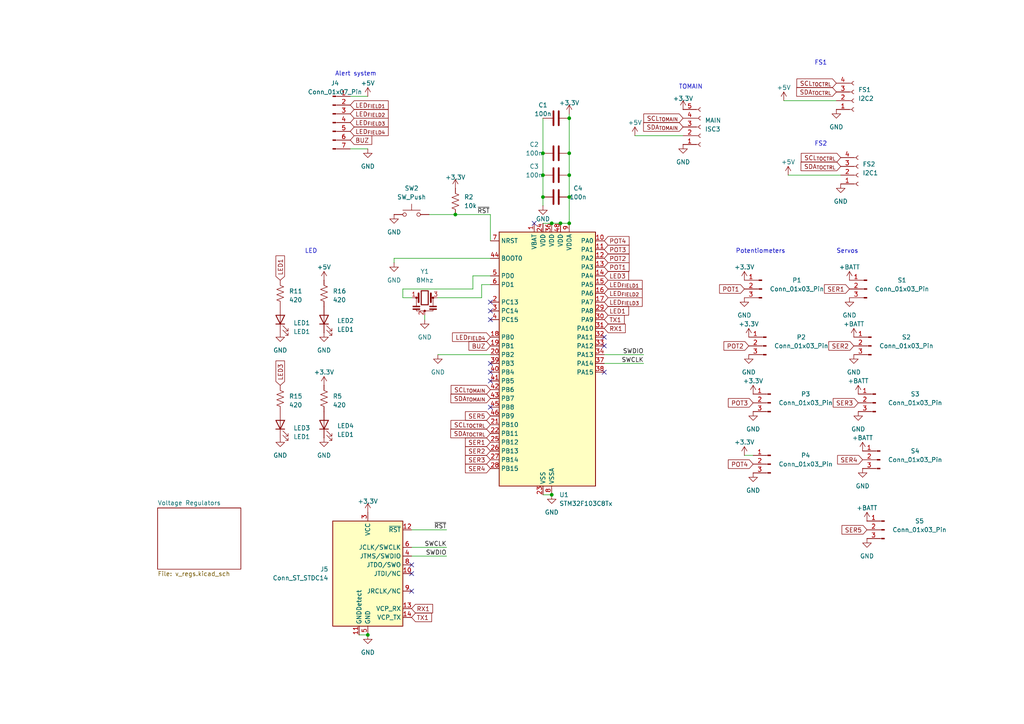
<source format=kicad_sch>
(kicad_sch (version 20250114) (generator "eeschema") (generator_version "9.0")
  (paper "A4")
  (title_block (title "Falcon Control MAIN") (date "2023-11-30") (rev "8") (company "Human Powered Vehicles Design Team @ UOFT") (comment 1 "Supervised by Savo Bajic") (comment 2 "Designed by Abdullah Alsafar"))
  (lib_symbols
    (symbol "Connector:Conn_01x03_Pin" (pin_names (offset 1.016) (hide yes))
      (property "Reference" "J" (at 0 5.08 0))
      (property "Value" "Conn_01x03_Pin" (at 0 -5.08 0))
      (symbol "Conn_01x03_Pin_1_1"
        (rectangle (start 0.8636 2.667) (end 0 2.413) (stroke (width 0.1524)) (fill (type outline)))
        (rectangle (start 0.8636 0.127) (end 0 -0.127) (stroke (width 0.1524)) (fill (type outline)))
        (rectangle (start 0.8636 -2.413) (end 0 -2.667) (stroke (width 0.1524)) (fill (type outline)))
        (polyline (pts (xy 1.27 2.54) (xy 0.8636 2.54)) (stroke (width 0.1524)))
        (polyline (pts (xy 1.27 0) (xy 0.8636 0)) (stroke (width 0.1524)))
        (polyline (pts (xy 1.27 -2.54) (xy 0.8636 -2.54)) (stroke (width 0.1524)))
        (pin passive line (at 5.08 2.54 180) (length 3.81) (name "Pin_1") (number "1"))
        (pin passive line (at 5.08 0 180) (length 3.81) (name "Pin_2") (number "2"))
        (pin passive line (at 5.08 -2.54 180) (length 3.81) (name "Pin_3") (number "3"))
      )
    )
    (symbol "Connector:Conn_01x04_Socket" (pin_names (offset 1.016) (hide yes))
      (property "Reference" "J" (at 0 5.08 0))
      (property "Value" "Conn_01x04_Socket" (at 0 -7.62 0))
      (symbol "Conn_01x04_Socket_1_1"
        (polyline (pts (xy -1.27 2.54) (xy -0.508 2.54)) (stroke (width 0.1524)))
        (polyline (pts (xy -1.27 0) (xy -0.508 0)) (stroke (width 0.1524)))
        (polyline (pts (xy -1.27 -2.54) (xy -0.508 -2.54)) (stroke (width 0.1524)))
        (polyline (pts (xy -1.27 -5.08) (xy -0.508 -5.08)) (stroke (width 0.1524)))
        (arc (start 0 2.032) (mid -0.5058 2.54) (end 0 3.048) (stroke (width 0.1524)))
        (arc (start 0 -0.508) (mid -0.5058 0) (end 0 0.508) (stroke (width 0.1524)))
        (arc (start 0 -3.048) (mid -0.5058 -2.54) (end 0 -2.032) (stroke (width 0.1524)))
        (arc (start 0 -5.588) (mid -0.5058 -5.08) (end 0 -4.572) (stroke (width 0.1524)))
        (pin passive line (at -5.08 2.54 0) (length 3.81) (name "Pin_1") (number "1"))
        (pin passive line (at -5.08 0 0) (length 3.81) (name "Pin_2") (number "2"))
        (pin passive line (at -5.08 -2.54 0) (length 3.81) (name "Pin_3") (number "3"))
        (pin passive line (at -5.08 -5.08 0) (length 3.81) (name "Pin_4") (number "4"))
      )
    )
    (symbol "Connector:Conn_01x05_Socket" (pin_names (offset 1.016) (hide yes))
      (property "Reference" "J" (at 0 7.62 0))
      (property "Value" "Conn_01x05_Socket" (at 0 -7.62 0))
      (symbol "Conn_01x05_Socket_1_1"
        (polyline (pts (xy -1.27 5.08) (xy -0.508 5.08)) (stroke (width 0.1524)))
        (polyline (pts (xy -1.27 2.54) (xy -0.508 2.54)) (stroke (width 0.1524)))
        (polyline (pts (xy -1.27 0) (xy -0.508 0)) (stroke (width 0.1524)))
        (polyline (pts (xy -1.27 -2.54) (xy -0.508 -2.54)) (stroke (width 0.1524)))
        (polyline (pts (xy -1.27 -5.08) (xy -0.508 -5.08)) (stroke (width 0.1524)))
        (arc (start 0 4.572) (mid -0.5058 5.08) (end 0 5.588) (stroke (width 0.1524)))
        (arc (start 0 2.032) (mid -0.5058 2.54) (end 0 3.048) (stroke (width 0.1524)))
        (arc (start 0 -0.508) (mid -0.5058 0) (end 0 0.508) (stroke (width 0.1524)))
        (arc (start 0 -3.048) (mid -0.5058 -2.54) (end 0 -2.032) (stroke (width 0.1524)))
        (arc (start 0 -5.588) (mid -0.5058 -5.08) (end 0 -4.572) (stroke (width 0.1524)))
        (pin passive line (at -5.08 5.08 0) (length 3.81) (name "Pin_1") (number "1"))
        (pin passive line (at -5.08 2.54 0) (length 3.81) (name "Pin_2") (number "2"))
        (pin passive line (at -5.08 0 0) (length 3.81) (name "Pin_3") (number "3"))
        (pin passive line (at -5.08 -2.54 0) (length 3.81) (name "Pin_4") (number "4"))
        (pin passive line (at -5.08 -5.08 0) (length 3.81) (name "Pin_5") (number "5"))
      )
    )
    (symbol "Connector:Conn_01x07_Pin" (pin_names (offset 1.016) (hide yes))
      (property "Reference" "J" (at 0 10.16 0))
      (property "Value" "Conn_01x07_Pin" (at 0 -10.16 0))
      (symbol "Conn_01x07_Pin_1_1"
        (rectangle (start 0.8636 7.747) (end 0 7.493) (stroke (width 0.1524)) (fill (type outline)))
        (rectangle (start 0.8636 5.207) (end 0 4.953) (stroke (width 0.1524)) (fill (type outline)))
        (rectangle (start 0.8636 2.667) (end 0 2.413) (stroke (width 0.1524)) (fill (type outline)))
        (rectangle (start 0.8636 0.127) (end 0 -0.127) (stroke (width 0.1524)) (fill (type outline)))
        (rectangle (start 0.8636 -2.413) (end 0 -2.667) (stroke (width 0.1524)) (fill (type outline)))
        (rectangle (start 0.8636 -4.953) (end 0 -5.207) (stroke (width 0.1524)) (fill (type outline)))
        (rectangle (start 0.8636 -7.493) (end 0 -7.747) (stroke (width 0.1524)) (fill (type outline)))
        (polyline (pts (xy 1.27 7.62) (xy 0.8636 7.62)) (stroke (width 0.1524)))
        (polyline (pts (xy 1.27 5.08) (xy 0.8636 5.08)) (stroke (width 0.1524)))
        (polyline (pts (xy 1.27 2.54) (xy 0.8636 2.54)) (stroke (width 0.1524)))
        (polyline (pts (xy 1.27 0) (xy 0.8636 0)) (stroke (width 0.1524)))
        (polyline (pts (xy 1.27 -2.54) (xy 0.8636 -2.54)) (stroke (width 0.1524)))
        (polyline (pts (xy 1.27 -5.08) (xy 0.8636 -5.08)) (stroke (width 0.1524)))
        (polyline (pts (xy 1.27 -7.62) (xy 0.8636 -7.62)) (stroke (width 0.1524)))
        (pin passive line (at 5.08 7.62 180) (length 3.81) (name "Pin_1") (number "1"))
        (pin passive line (at 5.08 5.08 180) (length 3.81) (name "Pin_2") (number "2"))
        (pin passive line (at 5.08 2.54 180) (length 3.81) (name "Pin_3") (number "3"))
        (pin passive line (at 5.08 0 180) (length 3.81) (name "Pin_4") (number "4"))
        (pin passive line (at 5.08 -2.54 180) (length 3.81) (name "Pin_5") (number "5"))
        (pin passive line (at 5.08 -5.08 180) (length 3.81) (name "Pin_6") (number "6"))
        (pin passive line (at 5.08 -7.62 180) (length 3.81) (name "Pin_7") (number "7"))
      )
    )
    (symbol "Connector:Conn_ST_STDC14"
      (property "Reference" "J" (at -8.89 16.51 0))
      (property "Value" "Conn_ST_STDC14" (at 17.78 16.51 0))
      (symbol "Conn_ST_STDC14_0_1"
        (rectangle (start -10.16 15.24) (end 10.16 -15.24) (stroke (width 0.254)) (fill (type background)))
      )
      (symbol "Conn_ST_STDC14_1_1"
        (pin no_connect line (at -10.16 5.08 0) (length 2.54) (hide yes) (name "NC") (number "1"))
        (pin no_connect line (at -10.16 2.54 0) (length 2.54) (hide yes) (name "NC") (number "2"))
        (pin passive line (at -2.54 -17.78 90) (length 2.54) (name "GNDDetect") (number "11"))
        (pin power_in line (at 0 17.78 270) (length 2.54) (name "VCC") (number "3"))
        (pin power_in line (at 0 -17.78 90) (length 2.54) (name "GND") (number "5"))
        (pin passive line (at 0 -17.78 90) (length 2.54) (hide yes) (name "GND") (number "7"))
        (pin open_collector line (at 12.7 12.7 180) (length 2.54) (name "~{RST}") (number "12"))
        (pin output line (at 12.7 7.62 180) (length 2.54) (name "JCLK/SWCLK") (number "6"))
        (pin bidirectional line (at 12.7 5.08 180) (length 2.54) (name "JTMS/SWDIO") (number "4"))
        (pin input line (at 12.7 2.54 180) (length 2.54) (name "JTDO/SWO") (number "8"))
        (pin output line (at 12.7 0 180) (length 2.54) (name "JTDI/NC") (number "10"))
        (pin input line (at 12.7 -5.08 180) (length 2.54) (name "JRCLK/NC") (number "9"))
        (pin output line (at 12.7 -10.16 180) (length 2.54) (name "VCP_RX") (number "13"))
        (pin input line (at 12.7 -12.7 180) (length 2.54) (name "VCP_TX") (number "14"))
      )
    )
    (symbol "Device:C" (pin_numbers (hide yes)) (pin_names (offset 0.254))
      (property "Reference" "C" (at 0.635 2.54 0))
      (property "Value" "C" (at 0.635 -2.54 0))
      (symbol "C_0_1"
        (polyline (pts (xy -2.032 0.762) (xy 2.032 0.762)) (stroke (width 0.508)))
        (polyline (pts (xy -2.032 -0.762) (xy 2.032 -0.762)) (stroke (width 0.508)))
      )
      (symbol "C_1_1"
        (pin passive line (at 0 3.81 270) (length 2.794) (name "~") (number "1"))
        (pin passive line (at 0 -3.81 90) (length 2.794) (name "~") (number "2"))
      )
    )
    (symbol "Device:LED" (pin_numbers (hide yes)) (pin_names (offset 1.016) (hide yes))
      (property "Reference" "D" (at 0 2.54 0))
      (property "Value" "LED" (at 0 -2.54 0))
      (symbol "LED_0_1"
        (polyline (pts (xy -3.048 -0.762) (xy -4.572 -2.286) (xy -3.81 -2.286) (xy -4.572 -2.286) (xy -4.572 -1.524)))
        (polyline (pts (xy -1.778 -0.762) (xy -3.302 -2.286) (xy -2.54 -2.286) (xy -3.302 -2.286) (xy -3.302 -1.524)))
        (polyline (pts (xy -1.27 0) (xy 1.27 0)))
        (polyline (pts (xy -1.27 -1.27) (xy -1.27 1.27)) (stroke (width 0.254)))
        (polyline (pts (xy 1.27 -1.27) (xy 1.27 1.27) (xy -1.27 0) (xy 1.27 -1.27)) (stroke (width 0.254)))
      )
      (symbol "LED_1_1"
        (pin passive line (at -3.81 0 0) (length 2.54) (name "K") (number "1"))
        (pin passive line (at 3.81 0 180) (length 2.54) (name "A") (number "2"))
      )
    )
    (symbol "Device:R_US" (pin_numbers (hide yes)) (pin_names (offset 0))
      (property "Reference" "R" (at 2.54 0 90))
      (property "Value" "R_US" (at -2.54 0 90))
      (symbol "R_US_0_1"
        (polyline (pts (xy 0 2.286) (xy 0 2.54)))
        (polyline (pts (xy 0 2.286) (xy 1.016 1.905) (xy 0 1.524) (xy -1.016 1.143) (xy 0 0.762)))
        (polyline (pts (xy 0 0.762) (xy 1.016 0.381) (xy 0 0) (xy -1.016 -0.381) (xy 0 -0.762)))
        (polyline (pts (xy 0 -0.762) (xy 1.016 -1.143) (xy 0 -1.524) (xy -1.016 -1.905) (xy 0 -2.286)))
        (polyline (pts (xy 0 -2.286) (xy 0 -2.54)))
      )
      (symbol "R_US_1_1"
        (pin passive line (at 0 3.81 270) (length 1.27) (name "~") (number "1"))
        (pin passive line (at 0 -3.81 90) (length 1.27) (name "~") (number "2"))
      )
    )
    (symbol "Device:Resonator" (pin_names (offset 1.016) (hide yes))
      (property "Reference" "Y" (at 0 5.715 0))
      (property "Value" "Resonator" (at 0 3.81 0))
      (symbol "Resonator_0_1"
        (rectangle (start -3.429 -2.413) (end -1.397 -2.667) (fill (type outline)))
        (rectangle (start -3.429 -3.175) (end -1.397 -3.429) (fill (type outline)))
        (circle (center -2.413 0) (radius 0.254) (fill (type outline)))
        (polyline (pts (xy -2.413 -2.413) (xy -2.413 0)))
        (polyline (pts (xy -1.905 0) (xy -3.175 0)))
        (polyline (pts (xy -1.778 -1.27) (xy -1.778 1.27)) (stroke (width 0.508)))
        (rectangle (start -1.016 2.032) (end 1.016 -2.032) (stroke (width 0.3048)))
        (circle (center 0 -3.81) (radius 0.254) (fill (type outline)))
        (rectangle (start 1.397 -2.413) (end 3.429 -2.667) (fill (type outline)))
        (rectangle (start 1.397 -3.175) (end 3.429 -3.429) (fill (type outline)))
        (polyline (pts (xy 1.778 -1.27) (xy 1.778 1.27)) (stroke (width 0.508)))
        (polyline (pts (xy 1.905 0) (xy 2.54 0)))
        (polyline (pts (xy 2.413 0) (xy 2.413 -2.54)))
        (circle (center 2.413 0) (radius 0.254) (fill (type outline)))
        (polyline (pts (xy 2.413 -3.302) (xy 2.413 -3.81) (xy -2.413 -3.81) (xy -2.413 -3.302)))
      )
      (symbol "Resonator_1_1"
        (pin passive line (at -3.81 0 0) (length 1.27) (name "1") (number "1"))
        (pin passive line (at 0 -5.08 90) (length 1.27) (name "2") (number "2"))
        (pin passive line (at 3.81 0 180) (length 1.27) (name "3") (number "3"))
      )
    )
    (symbol "MCU_ST_STM32F1:STM32F103C8Tx"
      (property "Reference" "U" (at -12.7 39.37 0))
      (property "Value" "STM32F103C8Tx" (at 10.16 39.37 0))
      (symbol "STM32F103C8Tx_0_1"
        (rectangle (start -12.7 -35.56) (end 15.24 38.1) (stroke (width 0.254)) (fill (type background)))
      )
      (symbol "STM32F103C8Tx_1_1"
        (pin input line (at -15.24 35.56 0) (length 2.54) (name "NRST") (number "7"))
        (pin input line (at -15.24 30.48 0) (length 2.54) (name "BOOT0") (number "44"))
        (pin bidirectional line (at -15.24 25.4 0) (length 2.54) (name "PD0") (number "5"))
        (pin bidirectional line (at -15.24 22.86 0) (length 2.54) (name "PD1") (number "6"))
        (pin bidirectional line (at -15.24 17.78 0) (length 2.54) (name "PC13") (number "2"))
        (pin bidirectional line (at -15.24 15.24 0) (length 2.54) (name "PC14") (number "3"))
        (pin bidirectional line (at -15.24 12.7 0) (length 2.54) (name "PC15") (number "4"))
        (pin bidirectional line (at -15.24 7.62 0) (length 2.54) (name "PB0") (number "18"))
        (pin bidirectional line (at -15.24 5.08 0) (length 2.54) (name "PB1") (number "19"))
        (pin bidirectional line (at -15.24 2.54 0) (length 2.54) (name "PB2") (number "20"))
        (pin bidirectional line (at -15.24 0 0) (length 2.54) (name "PB3") (number "39"))
        (pin bidirectional line (at -15.24 -2.54 0) (length 2.54) (name "PB4") (number "40"))
        (pin bidirectional line (at -15.24 -5.08 0) (length 2.54) (name "PB5") (number "41"))
        (pin bidirectional line (at -15.24 -7.62 0) (length 2.54) (name "PB6") (number "42"))
        (pin bidirectional line (at -15.24 -10.16 0) (length 2.54) (name "PB7") (number "43"))
        (pin bidirectional line (at -15.24 -12.7 0) (length 2.54) (name "PB8") (number "45"))
        (pin bidirectional line (at -15.24 -15.24 0) (length 2.54) (name "PB9") (number "46"))
        (pin bidirectional line (at -15.24 -17.78 0) (length 2.54) (name "PB10") (number "21"))
        (pin bidirectional line (at -15.24 -20.32 0) (length 2.54) (name "PB11") (number "22"))
        (pin bidirectional line (at -15.24 -22.86 0) (length 2.54) (name "PB12") (number "25"))
        (pin bidirectional line (at -15.24 -25.4 0) (length 2.54) (name "PB13") (number "26"))
        (pin bidirectional line (at -15.24 -27.94 0) (length 2.54) (name "PB14") (number "27"))
        (pin bidirectional line (at -15.24 -30.48 0) (length 2.54) (name "PB15") (number "28"))
        (pin power_in line (at -2.54 40.64 270) (length 2.54) (name "VBAT") (number "1"))
        (pin power_in line (at 0 40.64 270) (length 2.54) (name "VDD") (number "24"))
        (pin power_in line (at 0 -38.1 90) (length 2.54) (name "VSS") (number "23"))
        (pin passive line (at 0 -38.1 90) (length 2.54) (hide yes) (name "VSS") (number "35"))
        (pin passive line (at 0 -38.1 90) (length 2.54) (hide yes) (name "VSS") (number "47"))
        (pin power_in line (at 2.54 40.64 270) (length 2.54) (name "VDD") (number "36"))
        (pin power_in line (at 2.54 -38.1 90) (length 2.54) (name "VSSA") (number "8"))
        (pin power_in line (at 5.08 40.64 270) (length 2.54) (name "VDD") (number "48"))
        (pin power_in line (at 7.62 40.64 270) (length 2.54) (name "VDDA") (number "9"))
        (pin bidirectional line (at 17.78 35.56 180) (length 2.54) (name "PA0") (number "10"))
        (pin bidirectional line (at 17.78 33.02 180) (length 2.54) (name "PA1") (number "11"))
        (pin bidirectional line (at 17.78 30.48 180) (length 2.54) (name "PA2") (number "12"))
        (pin bidirectional line (at 17.78 27.94 180) (length 2.54) (name "PA3") (number "13"))
        (pin bidirectional line (at 17.78 25.4 180) (length 2.54) (name "PA4") (number "14"))
        (pin bidirectional line (at 17.78 22.86 180) (length 2.54) (name "PA5") (number "15"))
        (pin bidirectional line (at 17.78 20.32 180) (length 2.54) (name "PA6") (number "16"))
        (pin bidirectional line (at 17.78 17.78 180) (length 2.54) (name "PA7") (number "17"))
        (pin bidirectional line (at 17.78 15.24 180) (length 2.54) (name "PA8") (number "29"))
        (pin bidirectional line (at 17.78 12.7 180) (length 2.54) (name "PA9") (number "30"))
        (pin bidirectional line (at 17.78 10.16 180) (length 2.54) (name "PA10") (number "31"))
        (pin bidirectional line (at 17.78 7.62 180) (length 2.54) (name "PA11") (number "32"))
        (pin bidirectional line (at 17.78 5.08 180) (length 2.54) (name "PA12") (number "33"))
        (pin bidirectional line (at 17.78 2.54 180) (length 2.54) (name "PA13") (number "34"))
        (pin bidirectional line (at 17.78 0 180) (length 2.54) (name "PA14") (number "37"))
        (pin bidirectional line (at 17.78 -2.54 180) (length 2.54) (name "PA15") (number "38"))
      )
    )
    (symbol "Switch:SW_Push" (pin_numbers (hide yes)) (pin_names (offset 1.016) (hide yes))
      (property "Reference" "SW" (at 1.27 2.54 0))
      (property "Value" "SW_Push" (at 0 -1.524 0))
      (symbol "SW_Push_0_1"
        (circle (center -2.032 0) (radius 0.508))
        (polyline (pts (xy 0 1.27) (xy 0 3.048)))
        (circle (center 2.032 0) (radius 0.508))
        (polyline (pts (xy 2.54 1.27) (xy -2.54 1.27)))
        (pin passive line (at -5.08 0 0) (length 2.54) (name "1") (number "1"))
        (pin passive line (at 5.08 0 180) (length 2.54) (name "2") (number "2"))
      )
    )
    (symbol "power:+3.3V" (power) (pin_numbers (hide yes)) (pin_names (offset 0) (hide yes))
      (property "Value" "+3.3V" (at 0 3.556 0))
      (symbol "+3.3V_0_1"
        (polyline (pts (xy -0.762 1.27) (xy 0 2.54)))
        (polyline (pts (xy 0 2.54) (xy 0.762 1.27)))
        (polyline (pts (xy 0 0) (xy 0 2.54)))
      )
      (symbol "+3.3V_1_1"
        (pin power_in line (at 0 0 90) (length 0) (name "~") (number "1"))
      )
    )
    (symbol "power:+5V" (power) (pin_numbers (hide yes)) (pin_names (offset 0) (hide yes))
      (property "Value" "+5V" (at 0 3.556 0))
      (symbol "+5V_0_1"
        (polyline (pts (xy -0.762 1.27) (xy 0 2.54)))
        (polyline (pts (xy 0 2.54) (xy 0.762 1.27)))
        (polyline (pts (xy 0 0) (xy 0 2.54)))
      )
      (symbol "+5V_1_1"
        (pin power_in line (at 0 0 90) (length 0) (name "~") (number "1"))
      )
    )
    (symbol "power:+BATT" (power) (pin_numbers (hide yes)) (pin_names (offset 0) (hide yes))
      (property "Value" "+BATT" (at 0 3.556 0))
      (symbol "+BATT_0_1"
        (polyline (pts (xy -0.762 1.27) (xy 0 2.54)))
        (polyline (pts (xy 0 2.54) (xy 0.762 1.27)))
        (polyline (pts (xy 0 0) (xy 0 2.54)))
      )
      (symbol "+BATT_1_1"
        (pin power_in line (at 0 0 90) (length 0) (name "~") (number "1"))
      )
    )
    (symbol "power:GND" (power) (pin_numbers (hide yes)) (pin_names (offset 0) (hide yes))
      (property "Value" "GND" (at 0 -3.81 0))
      (symbol "GND_0_1"
        (polyline (pts (xy 0 0) (xy 0 -1.27) (xy 1.27 -1.27) (xy 0 -2.54) (xy -1.27 -1.27) (xy 0 -1.27)))
      )
      (symbol "GND_1_1"
        (pin power_in line (at 0 0 270) (length 0) (name "~") (number "1"))
      )
    )
  )
  (text "FS1\n" (at 236.22 19.05 0) (effects (font (size 1.27 1.27)) (justify left bottom)))
  (text "Servos" (at 242.57 73.66 0) (effects (font (size 1.27 1.27)) (justify left bottom)))
  (text "Alert system" (at 97.155 22.225 0) (effects (font (size 1.27 1.27)) (justify left bottom)))
  (text "FS2" (at 236.22 42.545 0) (effects (font (size 1.27 1.27)) (justify left bottom)))
  (text "TOMAIN" (at 196.85 26.035 0) (effects (font (size 1.27 1.27)) (justify left bottom)))
  (text "Potentiometers" (at 213.36 73.66 0) (effects (font (size 1.27 1.27)) (justify left bottom)))
  (text "LED" (at 88.392 73.66 0) (effects (font (size 1.27 1.27)) (justify left bottom)))
  (junction (at 165.1 64.77))
  (junction (at 106.68 184.15))
  (junction (at 165.1 44.45))
  (junction (at 165.1 57.15))
  (junction (at 157.48 44.45))
  (junction (at 162.56 64.77))
  (junction (at 132.08 62.23))
  (junction (at 165.1 34.29))
  (junction (at 160.02 64.77))
  (junction (at 160.02 143.51))
  (junction (at 157.48 57.15))
  (junction (at 165.1 50.8))
  (junction (at 157.48 50.8))
  (no_connect (at 119.38 166.37))
  (no_connect (at 142.24 110.49))
  (no_connect (at 119.38 163.83))
  (no_connect (at 142.24 107.95))
  (no_connect (at 175.26 97.79))
  (no_connect (at 154.94 64.77))
  (no_connect (at 175.26 100.33))
  (no_connect (at 142.24 105.41))
  (no_connect (at 142.24 87.63))
  (no_connect (at 175.26 107.95))
  (no_connect (at 119.38 171.45))
  (no_connect (at 142.24 118.11))
  (no_connect (at 142.24 92.71))
  (no_connect (at 142.24 90.17))
  (wire (pts (xy 142.24 82.55) (xy 139.7 82.55)))
  (wire (pts (xy 228.6 50.8) (xy 243.84 50.8)))
  (wire (pts (xy 127 86.36) (xy 139.7 86.36)))
  (wire (pts (xy 114.3 74.93) (xy 142.24 74.93)))
  (wire (pts (xy 142.24 62.23) (xy 142.24 69.85)))
  (wire (pts (xy 139.7 82.55) (xy 139.7 86.36)))
  (wire (pts (xy 157.48 44.45) (xy 157.48 50.8)))
  (wire (pts (xy 165.1 57.15) (xy 165.1 64.77)))
  (wire (pts (xy 165.1 50.8) (xy 165.1 57.15)))
  (wire (pts (xy 104.14 184.15) (xy 106.68 184.15)))
  (wire (pts (xy 165.1 34.29) (xy 165.1 44.45)))
  (wire (pts (xy 175.26 102.87) (xy 186.69 102.87)))
  (wire (pts (xy 114.3 74.93) (xy 114.3 76.2)))
  (wire (pts (xy 137.16 80.01) (xy 142.24 80.01)))
  (wire (pts (xy 106.68 27.94) (xy 101.6 27.94)))
  (wire (pts (xy 116.84 86.36) (xy 119.38 86.36)))
  (wire (pts (xy 162.56 64.77) (xy 165.1 64.77)))
  (wire (pts (xy 137.16 83.82) (xy 137.16 80.01)))
  (wire (pts (xy 116.84 83.82) (xy 116.84 86.36)))
  (wire (pts (xy 165.1 33.02) (xy 165.1 34.29)))
  (wire (pts (xy 215.9 132.08) (xy 218.44 132.08)))
  (wire (pts (xy 157.48 57.15) (xy 157.48 59.69)))
  (wire (pts (xy 157.48 34.29) (xy 157.48 44.45)))
  (wire (pts (xy 175.26 105.41) (xy 186.69 105.41)))
  (wire (pts (xy 157.48 50.8) (xy 157.48 57.15)))
  (wire (pts (xy 227.33 29.21) (xy 242.57 29.21)))
  (wire (pts (xy 106.68 43.18) (xy 101.6 43.18)))
  (wire (pts (xy 119.38 153.67) (xy 129.54 153.67)))
  (wire (pts (xy 160.02 64.77) (xy 162.56 64.77)))
  (wire (pts (xy 119.38 158.75) (xy 129.54 158.75)))
  (wire (pts (xy 119.38 161.29) (xy 129.54 161.29)))
  (wire (pts (xy 157.48 64.77) (xy 160.02 64.77)))
  (wire (pts (xy 184.15 39.37) (xy 198.12 39.37)))
  (wire (pts (xy 157.48 143.51) (xy 160.02 143.51)))
  (wire (pts (xy 132.08 62.23) (xy 142.24 62.23)))
  (wire (pts (xy 165.1 44.45) (xy 165.1 50.8)))
  (wire (pts (xy 124.46 62.23) (xy 132.08 62.23)))
  (wire (pts (xy 127 102.87) (xy 142.24 102.87)))
  (wire (pts (xy 116.84 83.82) (xy 137.16 83.82)))
  (wire (pts (xy 123.19 92.71) (xy 123.19 91.44)))
  (label "SWCLK" (at 129.54 158.75 180))
  (label "SWDIO" (at 186.69 102.87 180))
  (label "~{RST}" (at 129.54 153.67 180))
  (label "~{RST}" (at 138.43 62.23 0))
  (label "SWDIO" (at 129.54 161.29 180))
  (label "SWCLK" (at 186.69 105.41 180))
  (global_label "LED1" (shape input) (at 81.28 81.28 90) (property "Intersheetrefs" "${INTERSHEET_REFS}" (effects (hide yes))))
  (global_label "LED_{FIELD4}" (shape input) (at 101.6 38.1 0) (property "Intersheetrefs" "${INTERSHEET_REFS}" (effects (hide yes))))
  (global_label "BUZ" (shape input) (at 101.6 40.64 0) (property "Intersheetrefs" "${INTERSHEET_REFS}" (effects (hide yes))))
  (global_label "LED_{FIELD3}" (shape input) (at 101.6 35.56 0) (property "Intersheetrefs" "${INTERSHEET_REFS}" (effects (hide yes))))
  (global_label "SER1" (shape input) (at 246.38 83.82 180) (property "Intersheetrefs" "${INTERSHEET_REFS}" (effects (hide yes))))
  (global_label "RX1" (shape input) (at 119.38 176.53 0) (property "Intersheetrefs" "${INTERSHEET_REFS}" (effects (hide yes))))
  (global_label "TX1" (shape input) (at 119.38 179.07 0) (property "Intersheetrefs" "${INTERSHEET_REFS}" (effects (hide yes))))
  (global_label "POT1" (shape input) (at 175.26 77.47 0) (property "Intersheetrefs" "${INTERSHEET_REFS}" (effects (hide yes))))
  (global_label "SER4" (shape input) (at 250.19 133.35 180) (property "Intersheetrefs" "${INTERSHEET_REFS}" (effects (hide yes))))
  (global_label "LED1" (shape input) (at 175.26 90.17 0) (property "Intersheetrefs" "${INTERSHEET_REFS}" (effects (hide yes))))
  (global_label "SDA_{TOCTRL}" (shape input) (at 243.84 48.26 180) (property "Intersheetrefs" "${INTERSHEET_REFS}" (effects (hide yes))))
  (global_label "SCL_{TOMAIN}" (shape input) (at 142.24 113.03 180) (property "Intersheetrefs" "${INTERSHEET_REFS}" (effects (hide yes))))
  (global_label "POT1" (shape input) (at 215.9 83.82 180) (property "Intersheetrefs" "${INTERSHEET_REFS}" (effects (hide yes))))
  (global_label "BUZ" (shape input) (at 142.24 100.33 180) (property "Intersheetrefs" "${INTERSHEET_REFS}" (effects (hide yes))))
  (global_label "POT3" (shape input) (at 218.44 116.84 180) (property "Intersheetrefs" "${INTERSHEET_REFS}" (effects (hide yes))))
  (global_label "SDA_{TOCTRL}" (shape input) (at 242.57 26.67 180) (property "Intersheetrefs" "${INTERSHEET_REFS}" (effects (hide yes))))
  (global_label "SER5" (shape input) (at 142.24 120.65 180) (property "Intersheetrefs" "${INTERSHEET_REFS}" (effects (hide yes))))
  (global_label "SER2" (shape input) (at 247.65 100.33 180) (property "Intersheetrefs" "${INTERSHEET_REFS}" (effects (hide yes))))
  (global_label "RX1" (shape input) (at 175.26 95.25 0) (property "Intersheetrefs" "${INTERSHEET_REFS}" (effects (hide yes))))
  (global_label "SCL_{TOCTRL}" (shape input) (at 242.57 24.13 180) (property "Intersheetrefs" "${INTERSHEET_REFS}" (effects (hide yes))))
  (global_label "POT2" (shape input) (at 175.26 74.93 0) (property "Intersheetrefs" "${INTERSHEET_REFS}" (effects (hide yes))))
  (global_label "SDA_{TOMAIN}" (shape input) (at 142.24 115.57 180) (property "Intersheetrefs" "${INTERSHEET_REFS}" (effects (hide yes))))
  (global_label "LED_{FIELD1}" (shape input) (at 101.6 30.48 0) (property "Intersheetrefs" "${INTERSHEET_REFS}" (effects (hide yes))))
  (global_label "LED3" (shape input) (at 175.26 80.01 0) (property "Intersheetrefs" "${INTERSHEET_REFS}" (effects (hide yes))))
  (global_label "TX1" (shape input) (at 175.26 92.71 0) (property "Intersheetrefs" "${INTERSHEET_REFS}" (effects (hide yes))))
  (global_label "SER3" (shape input) (at 248.92 116.84 180) (property "Intersheetrefs" "${INTERSHEET_REFS}" (effects (hide yes))))
  (global_label "SER5" (shape input) (at 251.46 153.67 180) (property "Intersheetrefs" "${INTERSHEET_REFS}" (effects (hide yes))))
  (global_label "SER4" (shape input) (at 142.24 135.89 180) (property "Intersheetrefs" "${INTERSHEET_REFS}" (effects (hide yes))))
  (global_label "LED_{FIELD2}" (shape input) (at 175.26 85.09 0) (property "Intersheetrefs" "${INTERSHEET_REFS}" (effects (hide yes))))
  (global_label "LED3" (shape input) (at 81.28 111.76 90) (property "Intersheetrefs" "${INTERSHEET_REFS}" (effects (hide yes))))
  (global_label "SER3" (shape input) (at 142.24 133.35 180) (property "Intersheetrefs" "${INTERSHEET_REFS}" (effects (hide yes))))
  (global_label "LED_{FIELD2}" (shape input) (at 101.6 33.02 0) (property "Intersheetrefs" "${INTERSHEET_REFS}" (effects (hide yes))))
  (global_label "LED_{FIELD1}" (shape input) (at 175.26 82.55 0) (property "Intersheetrefs" "${INTERSHEET_REFS}" (effects (hide yes))))
  (global_label "LED_{FIELD3}" (shape input) (at 175.26 87.63 0) (property "Intersheetrefs" "${INTERSHEET_REFS}" (effects (hide yes))))
  (global_label "POT2" (shape input) (at 217.17 100.33 180) (property "Intersheetrefs" "${INTERSHEET_REFS}" (effects (hide yes))))
  (global_label "SDA_{TOCTRL}" (shape input) (at 142.24 125.73 180) (property "Intersheetrefs" "${INTERSHEET_REFS}" (effects (hide yes))))
  (global_label "POT4" (shape input) (at 175.26 69.85 0) (property "Intersheetrefs" "${INTERSHEET_REFS}" (effects (hide yes))))
  (global_label "SDA_{TOMAIN}" (shape input) (at 198.12 36.83 180) (property "Intersheetrefs" "${INTERSHEET_REFS}" (effects (hide yes))))
  (global_label "LED_{FIELD4}" (shape input) (at 142.24 97.79 180) (property "Intersheetrefs" "${INTERSHEET_REFS}" (effects (hide yes))))
  (global_label "POT3" (shape input) (at 175.26 72.39 0) (property "Intersheetrefs" "${INTERSHEET_REFS}" (effects (hide yes))))
  (global_label "SER2" (shape input) (at 142.24 130.81 180) (property "Intersheetrefs" "${INTERSHEET_REFS}" (effects (hide yes))))
  (global_label "SCL_{TOMAIN}" (shape input) (at 198.12 34.29 180) (property "Intersheetrefs" "${INTERSHEET_REFS}" (effects (hide yes))))
  (global_label "SER1" (shape input) (at 142.24 128.27 180) (property "Intersheetrefs" "${INTERSHEET_REFS}" (effects (hide yes))))
  (global_label "POT4" (shape input) (at 218.44 134.62 180) (property "Intersheetrefs" "${INTERSHEET_REFS}" (effects (hide yes))))
  (global_label "SCL_{TOCTRL}" (shape input) (at 243.84 45.72 180) (property "Intersheetrefs" "${INTERSHEET_REFS}" (effects (hide yes))))
  (global_label "SCL_{TOCTRL}" (shape input) (at 142.24 123.19 180) (property "Intersheetrefs" "${INTERSHEET_REFS}" (effects (hide yes))))
  (symbol (lib_id "Device:R_US") (at 93.98 85.09 180) (unit 1)
    (property "Reference" "R16" (at 96.52 84.455 0) (effects (justify right)))
    (property "Value" "420" (at 96.52 86.995 0) (effects (justify right)))
    (property "Footprint" "Resistor_SMD:R_0603_1608Metric" (effects (hide yes)))
    (property "Description" "Resistor, US symbol" (effects (hide yes)))
  )
  (symbol (lib_id "power:GND") (at 218.44 119.38 0) (unit 1)
    (property "Reference" "#PWR06" (effects (hide yes)))
    (property "Value" "GND" (at 218.44 124.46 0))
    (property "Description" "Power symbol creates a global label with name \"GND\" , ground" (effects (hide yes)))
  )
  (symbol (lib_id "Connector:Conn_01x03_Pin") (at 251.46 83.82 0) (mirror y) (unit 1)
    (property "Reference" "S1" (at 261.62 81.28 0))
    (property "Value" "Conn_01x03_Pin" (at 261.62 83.82 0))
    (property "Footprint" "Connector_JST:JST_EH_B3B-EH-A_1x03_P2.50mm_Vertical" (effects (hide yes)))
    (property "Description" "Generic connector, single row, 01x03, script generated" (effects (hide yes)))
  )
  (symbol (lib_id "power:+3.3V") (at 93.98 111.76 0) (unit 1)
    (property "Reference" "#PWR036" (effects (hide yes)))
    (property "Value" "+3.3V" (at 93.98 107.95 0))
    (property "Description" "Power symbol creates a global label with name \"+3.3V\"" (effects (hide yes)))
  )
  (symbol (lib_id "power:+3.3V") (at 218.44 114.3 0) (unit 1)
    (property "Reference" "#PWR03" (effects (hide yes)))
    (property "Value" "+3.3V" (at 218.44 110.49 0))
    (property "Description" "Power symbol creates a global label with name \"+3.3V\"" (effects (hide yes)))
  )
  (symbol (lib_id "power:GND") (at 248.92 119.38 0) (unit 1)
    (property "Reference" "#PWR016" (effects (hide yes)))
    (property "Value" "GND" (at 248.92 124.46 0))
    (property "Description" "Power symbol creates a global label with name \"GND\" , ground" (effects (hide yes)))
  )
  (symbol (lib_id "power:GND") (at 123.19 92.71 0) (unit 1)
    (property "Reference" "#PWR042" (effects (hide yes)))
    (property "Value" "GND" (at 123.19 97.79 0))
    (property "Description" "Power symbol creates a global label with name \"GND\" , ground" (effects (hide yes)))
  )
  (symbol (lib_id "power:+3.3V") (at 217.17 97.79 0) (unit 1)
    (property "Reference" "#PWR01" (effects (hide yes)))
    (property "Value" "+3.3V" (at 217.17 93.98 0))
    (property "Description" "Power symbol creates a global label with name \"+3.3V\"" (effects (hide yes)))
  )
  (symbol (lib_id "power:+3.3V") (at 132.08 54.61 0) (unit 1)
    (property "Reference" "#PWR040" (effects (hide yes)))
    (property "Value" "+3.3V" (at 132.08 51.435 0))
    (property "Description" "Power symbol creates a global label with name \"+3.3V\"" (effects (hide yes)))
  )
  (symbol (lib_id "power:GND") (at 114.3 62.23 0) (unit 1)
    (property "Reference" "#PWR021" (effects (hide yes)))
    (property "Value" "GND" (at 114.3 67.31 0))
    (property "Description" "Power symbol creates a global label with name \"GND\" , ground" (effects (hide yes)))
  )
  (symbol (lib_id "Device:R_US") (at 132.08 58.42 0) (unit 1)
    (property "Reference" "R2" (at 134.62 57.1499 0) (effects (justify left)))
    (property "Value" "10k" (at 134.62 59.6899 0) (effects (justify left)))
    (property "Footprint" "Resistor_SMD:R_0603_1608Metric" (effects (hide yes)))
    (property "Description" "Resistor, US symbol" (effects (hide yes)))
  )
  (symbol (lib_id "power:GND") (at 81.28 127 0) (mirror y) (unit 1)
    (property "Reference" "#PWR061" (effects (hide yes)))
    (property "Value" "GND" (at 81.28 132.08 0))
    (property "Description" "Power symbol creates a global label with name \"GND\" , ground" (effects (hide yes)))
  )
  (symbol (lib_id "power:+5V") (at 184.15 39.37 0) (unit 1)
    (property "Reference" "#PWR09" (effects (hide yes)))
    (property "Value" "+5V" (at 184.15 35.56 0))
    (property "Description" "Power symbol creates a global label with name \"+5V\"" (effects (hide yes)))
  )
  (symbol (lib_id "Connector:Conn_01x03_Pin") (at 222.25 100.33 0) (mirror y) (unit 1)
    (property "Reference" "P2" (at 232.41 97.79 0))
    (property "Value" "Conn_01x03_Pin" (at 232.41 100.33 0))
    (property "Footprint" "Connector_JST:JST_EH_B3B-EH-A_1x03_P2.50mm_Vertical" (effects (hide yes)))
    (property "Description" "Generic connector, single row, 01x03, script generated" (effects (hide yes)))
  )
  (symbol (lib_id "power:+3.3V") (at 198.12 31.75 0) (unit 1)
    (property "Reference" "#PWR025" (effects (hide yes)))
    (property "Value" "+3.3V" (at 198.12 28.575 0))
    (property "Description" "Power symbol creates a global label with name \"+3.3V\"" (effects (hide yes)))
  )
  (symbol (lib_id "Device:LED") (at 93.98 92.71 90) (unit 1)
    (property "Reference" "LED2" (at 97.79 93.0274 90) (effects (justify right)))
    (property "Value" "LED1" (at 97.79 95.5674 90) (effects (justify right)))
    (property "Footprint" "LED_SMD:LED_0805_2012Metric_Pad1.15x1.40mm_HandSolder" (effects (hide yes)))
    (property "Description" "Light emitting diode" (effects (hide yes)))
  )
  (symbol (lib_id "power:GND") (at 218.44 137.16 0) (unit 1)
    (property "Reference" "#PWR08" (effects (hide yes)))
    (property "Value" "GND" (at 218.44 142.24 0))
    (property "Description" "Power symbol creates a global label with name \"GND\" , ground" (effects (hide yes)))
  )
  (symbol (lib_id "power:GND") (at 250.19 135.89 0) (unit 1)
    (property "Reference" "#PWR018" (effects (hide yes)))
    (property "Value" "GND" (at 250.19 140.97 0))
    (property "Description" "Power symbol creates a global label with name \"GND\" , ground" (effects (hide yes)))
  )
  (symbol (lib_id "Connector:Conn_01x03_Pin") (at 256.54 153.67 0) (mirror y) (unit 1)
    (property "Reference" "S5" (at 266.7 151.13 0))
    (property "Value" "Conn_01x03_Pin" (at 266.7 153.67 0))
    (property "Footprint" "Connector_JST:JST_EH_B3B-EH-A_1x03_P2.50mm_Vertical" (effects (hide yes)))
    (property "Description" "Generic connector, single row, 01x03, script generated" (effects (hide yes)))
  )
  (symbol (lib_id "power:+3.3V") (at 165.1 33.02 0) (unit 1)
    (property "Reference" "#PWR019" (effects (hide yes)))
    (property "Value" "+3.3V" (at 165.1 29.845 0))
    (property "Description" "Power symbol creates a global label with name \"+3.3V\"" (effects (hide yes)))
  )
  (symbol (lib_id "power:GND") (at 81.28 96.52 0) (mirror y) (unit 1)
    (property "Reference" "#PWR059" (effects (hide yes)))
    (property "Value" "GND" (at 81.28 101.6 0))
    (property "Description" "Power symbol creates a global label with name \"GND\" , ground" (effects (hide yes)))
  )
  (symbol (lib_id "power:GND") (at 242.57 31.75 0) (unit 1)
    (property "Reference" "#PWR053" (effects (hide yes)))
    (property "Value" "GND" (at 242.57 36.83 0))
    (property "Description" "Power symbol creates a global label with name \"GND\" , ground" (effects (hide yes)))
  )
  (symbol (lib_id "Connector:Conn_01x07_Pin") (at 96.52 35.56 0) (unit 1)
    (property "Reference" "J4" (at 97.155 24.13 0))
    (property "Value" "Conn_01x07_Pin" (at 97.155 26.67 0))
    (property "Footprint" "Connector_JST:JST_XH_B7B-XH-A_1x07_P2.50mm_Vertical" (effects (hide yes)))
    (property "Description" "Generic connector, single row, 01x07, script generated" (effects (hide yes)))
  )
  (symbol (lib_id "Connector:Conn_01x03_Pin") (at 223.52 116.84 0) (mirror y) (unit 1)
    (property "Reference" "P3" (at 233.68 114.3 0))
    (property "Value" "Conn_01x03_Pin" (at 233.68 116.84 0))
    (property "Footprint" "Connector_JST:JST_EH_B3B-EH-A_1x03_P2.50mm_Vertical" (effects (hide yes)))
    (property "Description" "Generic connector, single row, 01x03, script generated" (effects (hide yes)))
  )
  (symbol (lib_id "power:GND") (at 106.68 184.15 0) (mirror y) (unit 1)
    (property "Reference" "#PWR049" (effects (hide yes)))
    (property "Value" "GND" (at 106.68 189.23 0))
    (property "Description" "Power symbol creates a global label with name \"GND\" , ground" (effects (hide yes)))
  )
  (symbol (lib_id "power:GND") (at 157.48 59.69 0) (unit 1)
    (property "Reference" "#PWR023" (effects (hide yes)))
    (property "Value" "GND" (at 157.48 63.5 0))
    (property "Description" "Power symbol creates a global label with name \"GND\" , ground" (effects (hide yes)))
  )
  (symbol (lib_id "power:+BATT") (at 246.38 81.28 0) (unit 1)
    (property "Reference" "#PWR034" (effects (hide yes)))
    (property "Value" "+BATT" (at 246.38 77.47 0))
    (property "Description" "Power symbol creates a global label with name \"+BATT\"" (effects (hide yes)))
  )
  (symbol (lib_id "power:GND") (at 217.17 102.87 0) (unit 1)
    (property "Reference" "#PWR04" (effects (hide yes)))
    (property "Value" "GND" (at 217.17 107.95 0))
    (property "Description" "Power symbol creates a global label with name \"GND\" , ground" (effects (hide yes)))
  )
  (symbol (lib_id "Connector:Conn_01x05_Socket") (at 203.2 36.83 0) (mirror x) (unit 1)
    (property "Reference" "ISC3" (at 204.47 37.465 0) (effects (justify left)))
    (property "Value" "MAIN" (at 204.47 34.925 0) (effects (justify left)))
    (property "Footprint" "Connector_JST:JST_XH_B5B-XH-A_1x05_P2.50mm_Vertical" (effects (hide yes)))
    (property "Description" "Generic connector, single row, 01x05, script generated" (effects (hide yes)))
  )
  (symbol (lib_id "power:GND") (at 114.3 76.2 0) (unit 1)
    (property "Reference" "#PWR020" (effects (hide yes)))
    (property "Value" "GND" (at 114.3 81.28 0))
    (property "Description" "Power symbol creates a global label with name \"GND\" , ground" (effects (hide yes)))
  )
  (symbol (lib_id "Connector:Conn_01x03_Pin") (at 254 116.84 0) (mirror y) (unit 1)
    (property "Reference" "S3" (at 265.43 114.3 0))
    (property "Value" "Conn_01x03_Pin" (at 265.43 116.84 0))
    (property "Footprint" "Connector_JST:JST_EH_B3B-EH-A_1x03_P2.50mm_Vertical" (effects (hide yes)))
    (property "Description" "Generic connector, single row, 01x03, script generated" (effects (hide yes)))
  )
  (symbol (lib_id "Device:C") (at 161.29 34.29 90) (unit 1)
    (property "Reference" "C1" (at 157.48 30.48 90))
    (property "Value" "100n" (at 157.48 33.02 90))
    (property "Footprint" "Capacitor_SMD:C_0603_1608Metric" (effects (hide yes)))
    (property "Description" "Unpolarized capacitor" (effects (hide yes)))
  )
  (symbol (lib_id "Connector:Conn_01x04_Socket") (at 248.92 50.8 0) (mirror x) (unit 1)
    (property "Reference" "I2C1" (at 250.19 50.165 0) (effects (justify left)))
    (property "Value" "FS2" (at 250.19 47.625 0) (effects (justify left)))
    (property "Footprint" "Connector_JST:JST_XH_B4B-XH-A_1x04_P2.50mm_Vertical" (effects (hide yes)))
    (property "Description" "Generic connector, single row, 01x04, script generated" (effects (hide yes)))
  )
  (symbol (lib_id "Connector:Conn_ST_STDC14") (at 106.68 166.37 0) (unit 1)
    (property "Reference" "J5" (at 95.25 165.0999 0) (effects (justify right)))
    (property "Value" "Conn_ST_STDC14" (at 95.25 167.6399 0) (effects (justify right)))
    (property "Footprint" "Connector_PinHeader_1.27mm:PinHeader_2x07_P1.27mm_Vertical_SMD" (effects (hide yes)))
    (property "Datasheet" "https://www.st.com/content/ccc/resource/technical/document/user_manual/group1/99/49/91/b6/b2/3a/46/e5/DM00526767/files/DM00526767.pdf/jcr:content/translations/en.DM00526767.pdf" (effects (hide yes)))
    (property "Description" "ST Debug Connector, standard ARM Cortex-M SWD and JTAG interface plus UART" (effects (hide yes)))
  )
  (symbol (lib_id "power:GND") (at 93.98 127 0) (mirror y) (unit 1)
    (property "Reference" "#PWR035" (effects (hide yes)))
    (property "Value" "GND" (at 93.98 132.08 0))
    (property "Description" "Power symbol creates a global label with name \"GND\" , ground" (effects (hide yes)))
  )
  (symbol (lib_id "Device:R_US") (at 81.28 115.57 180) (unit 1)
    (property "Reference" "R15" (at 83.82 114.935 0) (effects (justify right)))
    (property "Value" "420" (at 83.82 117.475 0) (effects (justify right)))
    (property "Footprint" "Resistor_SMD:R_0603_1608Metric" (effects (hide yes)))
    (property "Description" "Resistor, US symbol" (effects (hide yes)))
  )
  (symbol (lib_id "power:GND") (at 93.98 96.52 0) (mirror y) (unit 1)
    (property "Reference" "#PWR063" (effects (hide yes)))
    (property "Value" "GND" (at 93.98 101.6 0))
    (property "Description" "Power symbol creates a global label with name \"GND\" , ground" (effects (hide yes)))
  )
  (symbol (lib_id "power:GND") (at 106.68 43.18 0) (mirror y) (unit 1)
    (property "Reference" "#PWR033" (effects (hide yes)))
    (property "Value" "GND" (at 106.68 48.26 0))
    (property "Description" "Power symbol creates a global label with name \"GND\" , ground" (effects (hide yes)))
  )
  (symbol (lib_id "power:GND") (at 247.65 102.87 0) (unit 1)
    (property "Reference" "#PWR014" (effects (hide yes)))
    (property "Value" "GND" (at 247.65 107.95 0))
    (property "Description" "Power symbol creates a global label with name \"GND\" , ground" (effects (hide yes)))
  )
  (symbol (lib_id "power:GND") (at 215.9 86.36 0) (unit 1)
    (property "Reference" "#PWR02" (effects (hide yes)))
    (property "Value" "GND" (at 215.9 91.44 0))
    (property "Description" "Power symbol creates a global label with name \"GND\" , ground" (effects (hide yes)))
  )
  (symbol (lib_id "Connector:Conn_01x03_Pin") (at 220.98 83.82 0) (mirror y) (unit 1)
    (property "Reference" "P1" (at 231.14 81.28 0))
    (property "Value" "Conn_01x03_Pin" (at 231.14 83.82 0))
    (property "Footprint" "Connector_JST:JST_EH_B3B-EH-A_1x03_P2.50mm_Vertical" (effects (hide yes)))
    (property "Description" "Generic connector, single row, 01x03, script generated" (effects (hide yes)))
  )
  (symbol (lib_id "power:GND") (at 251.46 156.21 0) (unit 1)
    (property "Reference" "#PWR051" (effects (hide yes)))
    (property "Value" "GND" (at 251.46 161.29 0))
    (property "Description" "Power symbol creates a global label with name \"GND\" , ground" (effects (hide yes)))
  )
  (symbol (lib_id "Device:R_US") (at 81.28 85.09 180) (unit 1)
    (property "Reference" "R11" (at 83.82 84.455 0) (effects (justify right)))
    (property "Value" "420" (at 83.82 86.995 0) (effects (justify right)))
    (property "Footprint" "Resistor_SMD:R_0603_1608Metric" (effects (hide yes)))
    (property "Description" "Resistor, US symbol" (effects (hide yes)))
  )
  (symbol (lib_id "power:+BATT") (at 248.92 114.3 0) (unit 1)
    (property "Reference" "#PWR039" (effects (hide yes)))
    (property "Value" "+BATT" (at 248.92 110.49 0))
    (property "Description" "Power symbol creates a global label with name \"+BATT\"" (effects (hide yes)))
  )
  (symbol (lib_id "power:GND") (at 243.84 53.34 0) (unit 1)
    (property "Reference" "#PWR055" (effects (hide yes)))
    (property "Value" "GND" (at 243.84 58.42 0))
    (property "Description" "Power symbol creates a global label with name \"GND\" , ground" (effects (hide yes)))
  )
  (symbol (lib_id "power:+BATT") (at 251.46 151.13 0) (unit 1)
    (property "Reference" "#PWR050" (effects (hide yes)))
    (property "Value" "+BATT" (at 251.46 147.32 0))
    (property "Description" "Power symbol creates a global label with name \"+BATT\"" (effects (hide yes)))
  )
  (symbol (lib_id "power:+3.3V") (at 215.9 132.08 0) (unit 1)
    (property "Reference" "#PWR05" (effects (hide yes)))
    (property "Value" "+3.3V" (at 215.9 128.27 0))
    (property "Description" "Power symbol creates a global label with name \"+3.3V\"" (effects (hide yes)))
  )
  (symbol (lib_id "Device:C") (at 161.29 50.8 90) (unit 1)
    (property "Reference" "C3" (at 154.94 48.26 90))
    (property "Value" "100n" (at 154.94 50.8 90))
    (property "Footprint" "Capacitor_SMD:C_0603_1608Metric" (effects (hide yes)))
    (property "Description" "Unpolarized capacitor" (effects (hide yes)))
  )
  (symbol (lib_id "power:GND") (at 127 102.87 0) (unit 1)
    (property "Reference" "#PWR026" (effects (hide yes)))
    (property "Value" "GND" (at 127 107.95 0))
    (property "Description" "Power symbol creates a global label with name \"GND\" , ground" (effects (hide yes)))
  )
  (symbol (lib_id "power:+3.3V") (at 106.68 148.59 0) (unit 1)
    (property "Reference" "#PWR057" (effects (hide yes)))
    (property "Value" "+3.3V" (at 106.68 145.415 0))
    (property "Description" "Power symbol creates a global label with name \"+3.3V\"" (effects (hide yes)))
  )
  (symbol (lib_id "power:+5V") (at 106.68 27.94 0) (mirror y) (unit 1)
    (property "Reference" "#PWR032" (effects (hide yes)))
    (property "Value" "+5V" (at 106.68 24.13 0))
    (property "Description" "Power symbol creates a global label with name \"+5V\"" (effects (hide yes)))
  )
  (symbol (lib_id "Device:C") (at 161.29 44.45 90) (unit 1)
    (property "Reference" "C2" (at 154.94 41.91 90))
    (property "Value" "100n" (at 154.94 44.45 90))
    (property "Footprint" "Capacitor_SMD:C_0603_1608Metric" (effects (hide yes)))
    (property "Description" "Unpolarized capacitor" (effects (hide yes)))
  )
  (symbol (lib_id "Device:LED") (at 93.98 123.19 90) (unit 1)
    (property "Reference" "LED4" (at 97.79 123.5074 90) (effects (justify right)))
    (property "Value" "LED1" (at 97.79 126.0474 90) (effects (justify right)))
    (property "Footprint" "LED_SMD:LED_0805_2012Metric_Pad1.15x1.40mm_HandSolder" (effects (hide yes)))
    (property "Description" "Light emitting diode" (effects (hide yes)))
  )
  (symbol (lib_id "MCU_ST_STM32F1:STM32F103C8Tx") (at 157.48 105.41 0) (unit 1)
    (property "Reference" "U1" (at 162.2141 143.51 0) (effects (justify left)))
    (property "Value" "STM32F103C8Tx" (at 162.2141 146.05 0) (effects (justify left)))
    (property "Footprint" "Package_QFP:LQFP-48_7x7mm_P0.5mm" (effects (hide yes)))
    (property "Datasheet" "https://www.st.com/resource/en/datasheet/stm32f103c8.pdf" (effects (hide yes)))
    (property "Description" "STMicroelectronics Arm Cortex-M3 MCU, 64KB flash, 20KB RAM, 72 MHz, 2.0-3.6V, 37 GPIO, LQFP48" (effects (hide yes)))
  )
  (symbol (lib_id "power:+BATT") (at 250.19 130.81 0) (unit 1)
    (property "Reference" "#PWR041" (effects (hide yes)))
    (property "Value" "+BATT" (at 250.19 127 0))
    (property "Description" "Power symbol creates a global label with name \"+BATT\"" (effects (hide yes)))
  )
  (symbol (lib_id "power:+5V") (at 228.6 50.8 0) (unit 1)
    (property "Reference" "#PWR054" (effects (hide yes)))
    (property "Value" "+5V" (at 228.6 46.99 0))
    (property "Description" "Power symbol creates a global label with name \"+5V\"" (effects (hide yes)))
  )
  (symbol (lib_id "Connector:Conn_01x03_Pin") (at 255.27 133.35 0) (mirror y) (unit 1)
    (property "Reference" "S4" (at 265.43 130.81 0))
    (property "Value" "Conn_01x03_Pin" (at 265.43 133.35 0))
    (property "Footprint" "Connector_JST:JST_EH_B3B-EH-A_1x03_P2.50mm_Vertical" (effects (hide yes)))
    (property "Description" "Generic connector, single row, 01x03, script generated" (effects (hide yes)))
  )
  (symbol (lib_id "Connector:Conn_01x03_Pin") (at 252.73 100.33 0) (mirror y) (unit 1)
    (property "Reference" "S2" (at 262.89 97.79 0))
    (property "Value" "Conn_01x03_Pin" (at 262.89 100.33 0))
    (property "Footprint" "Connector_JST:JST_EH_B3B-EH-A_1x03_P2.50mm_Vertical" (effects (hide yes)))
    (property "Description" "Generic connector, single row, 01x03, script generated" (effects (hide yes)))
  )
  (symbol (lib_id "Switch:SW_Push") (at 119.38 62.23 0) (unit 1)
    (property "Reference" "SW2" (at 119.38 54.61 0))
    (property "Value" "SW_Push" (at 119.38 57.15 0))
    (property "Footprint" "Button_Switch_SMD:SW_SPST_B3U-1000P-B" (effects (hide yes)))
    (property "Description" "Push button switch, generic, two pins" (effects (hide yes)))
  )
  (symbol (lib_id "Device:C") (at 161.29 57.15 270) (mirror x) (unit 1)
    (property "Reference" "C4" (at 167.64 54.61 90))
    (property "Value" "100n" (at 167.64 57.15 90))
    (property "Footprint" "Capacitor_SMD:C_0603_1608Metric" (effects (hide yes)))
    (property "Description" "Unpolarized capacitor" (effects (hide yes)))
  )
  (symbol (lib_id "power:GND") (at 160.02 143.51 0) (mirror y) (unit 1)
    (property "Reference" "#PWR024" (effects (hide yes)))
    (property "Value" "GND" (at 160.02 148.59 0))
    (property "Description" "Power symbol creates a global label with name \"GND\" , ground" (effects (hide yes)))
  )
  (symbol (lib_id "power:+BATT") (at 247.65 97.79 0) (unit 1)
    (property "Reference" "#PWR037" (effects (hide yes)))
    (property "Value" "+BATT" (at 247.65 93.98 0))
    (property "Description" "Power symbol creates a global label with name \"+BATT\"" (effects (hide yes)))
  )
  (symbol (lib_id "Connector:Conn_01x03_Pin") (at 223.52 134.62 0) (mirror y) (unit 1)
    (property "Reference" "P4" (at 233.68 132.08 0))
    (property "Value" "Conn_01x03_Pin" (at 233.68 134.62 0))
    (property "Footprint" "Connector_JST:JST_EH_B3B-EH-A_1x03_P2.50mm_Vertical" (effects (hide yes)))
    (property "Description" "Generic connector, single row, 01x03, script generated" (effects (hide yes)))
  )
  (symbol (lib_id "power:+5V") (at 227.33 29.21 0) (unit 1)
    (property "Reference" "#PWR052" (effects (hide yes)))
    (property "Value" "+5V" (at 227.33 25.4 0))
    (property "Description" "Power symbol creates a global label with name \"+5V\"" (effects (hide yes)))
  )
  (symbol (lib_id "power:+5V") (at 93.98 81.28 0) (unit 1)
    (property "Reference" "#PWR062" (effects (hide yes)))
    (property "Value" "+5V" (at 93.98 77.47 0))
    (property "Description" "Power symbol creates a global label with name \"+5V\"" (effects (hide yes)))
  )
  (symbol (lib_id "Device:LED") (at 81.28 123.19 90) (unit 1)
    (property "Reference" "LED3" (at 85.09 124.1425 90) (effects (justify right)))
    (property "Value" "LED1" (at 85.09 126.6825 90) (effects (justify right)))
    (property "Footprint" "LED_SMD:LED_0805_2012Metric_Pad1.15x1.40mm_HandSolder" (effects (hide yes)))
    (property "Description" "Light emitting diode" (effects (hide yes)))
  )
  (symbol (lib_id "Device:LED") (at 81.28 92.71 90) (unit 1)
    (property "Reference" "LED1" (at 85.09 93.6625 90) (effects (justify right)))
    (property "Value" "LED1" (at 85.09 96.2025 90) (effects (justify right)))
    (property "Footprint" "LED_SMD:LED_0805_2012Metric_Pad1.15x1.40mm_HandSolder" (effects (hide yes)))
    (property "Description" "Light emitting diode" (effects (hide yes)))
  )
  (symbol (lib_id "power:GND") (at 246.38 86.36 0) (unit 1)
    (property "Reference" "#PWR012" (effects (hide yes)))
    (property "Value" "GND" (at 246.38 91.44 0))
    (property "Description" "Power symbol creates a global label with name \"GND\" , ground" (effects (hide yes)))
  )
  (symbol (lib_id "Device:R_US") (at 93.98 115.57 180) (unit 1)
    (property "Reference" "R5" (at 96.52 114.935 0) (effects (justify right)))
    (property "Value" "420" (at 96.52 117.475 0) (effects (justify right)))
    (property "Footprint" "Resistor_SMD:R_0603_1608Metric" (effects (hide yes)))
    (property "Description" "Resistor, US symbol" (effects (hide yes)))
  )
  (symbol (lib_id "Connector:Conn_01x04_Socket") (at 247.65 29.21 0) (mirror x) (unit 1)
    (property "Reference" "I2C2" (at 248.92 28.575 0) (effects (justify left)))
    (property "Value" "FS1" (at 248.92 26.035 0) (effects (justify left)))
    (property "Footprint" "Connector_JST:JST_XH_B4B-XH-A_1x04_P2.50mm_Vertical" (effects (hide yes)))
    (property "Description" "Generic connector, single row, 01x04, script generated" (effects (hide yes)))
  )
  (symbol (lib_id "Device:Resonator") (at 123.19 86.36 0) (unit 1)
    (property "Reference" "Y1" (at 123.19 78.74 0))
    (property "Value" "8Mhz" (at 123.19 81.28 0))
    (property "Footprint" "Crystal:Resonator_SMD_Murata_CSTxExxV-3Pin_3.0x1.1mm" (effects (hide yes)))
    (property "Description" "Three pin ceramic resonator" (effects (hide yes)))
  )
  (symbol (lib_id "power:+3.3V") (at 215.9 81.28 0) (unit 1)
    (property "Reference" "#PWR056" (effects (hide yes)))
    (property "Value" "+3.3V" (at 215.9 77.47 0))
    (property "Description" "Power symbol creates a global label with name \"+3.3V\"" (effects (hide yes)))
  )
  (symbol (lib_id "power:GND") (at 198.12 41.91 0) (unit 1)
    (property "Reference" "#PWR010" (effects (hide yes)))
    (property "Value" "GND" (at 198.12 46.99 0))
    (property "Description" "Power symbol creates a global label with name \"GND\" , ground" (effects (hide yes)))
  )
  (sheet (at 45.72 147.32) (size 24.13 17.78) (stroke (width 0.1524))
    (property "Sheetname" "Voltage Regulators" (at 45.72 146.6084 0) (effects (justify left bottom)))
    (property "Sheetfile" "v_regs.kicad_sch" (at 45.72 165.6846 0) (effects (justify left top)))
  )
)
</source>
